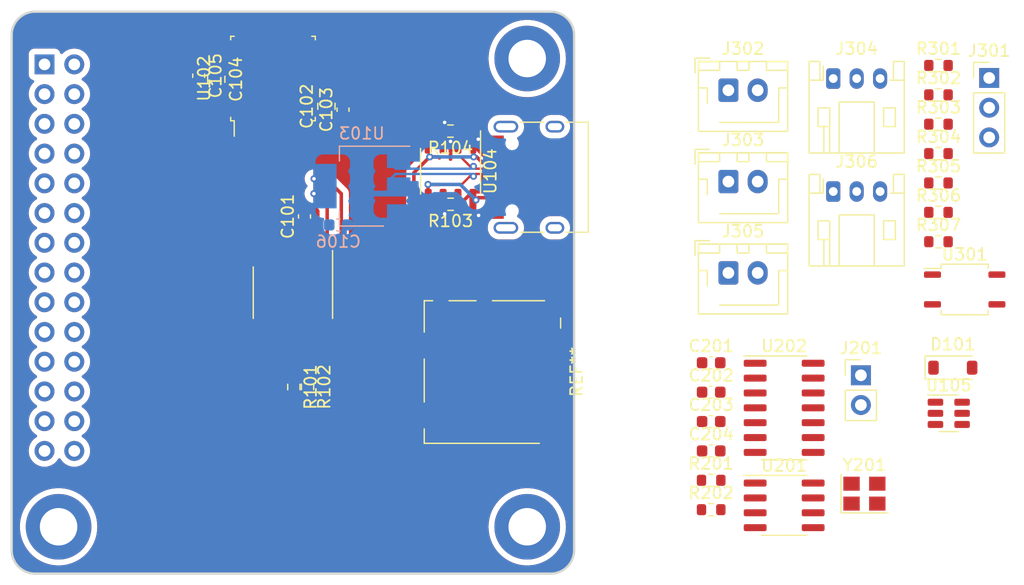
<source format=kicad_pcb>
(kicad_pcb (version 20221018) (generator pcbnew)
  (layers (0 "F.Cu" signal) (31 "B.Cu" signal) (34 "B.Paste" user) (35 "F.Paste" user) (36 "B.SilkS" user "B.Silkscreen") (37 "F.SilkS" user "F.Silkscreen") (38 "B.Mask" user) (39 "F.Mask" user) (44 "Edge.Cuts" user))
  (net 0 "")
  (net 1 "/UART1_TX")
  (net 2 "/PC14")
  (net 3 "/PC15")
  (net 4 "+3V3")
  (net 5 "GND")
  (net 6 "/~{NRST}")
  (net 7 "/CanBus/OSC_OUT")
  (net 8 "/PA1")
  (net 9 "/CanBus/OSC_IN")
  (net 10 "/CanBus/CAN_+")
  (net 11 "Net-(J201-Pin_2)")
  (net 12 "/SPI1_SCK")
  (net 13 "/SPI1_MISO")
  (net 14 "/SPI1_MOSI")
  (net 15 "/1JIO/A1_DIV-03V")
  (net 16 "/I2C_SCL")
  (net 17 "/I2C_SDA")
  (net 18 "/SWDIO")
  (net 19 "/SWCLK")
  (net 20 "/UART1_RX")
  (net 21 "VCC")
  (net 22 "/USB_D+")
  (net 23 "/USB_D-")
  (net 24 "VBUS")
  (net 25 "Net-(J101-CC1)")
  (net 26 "Net-(J101-CC2)")
  (net 28 "/1JIO/A1_DIV-12V")
  (net 29 "/1JIO/A1_DIV-05V")
  (net 30 "/1JIO/SSR-IN")
  (net 31 "/1JIO/SSR-OUT")
  (net 32 "/1JIO/CAN_H")
  (net 33 "/1JIO/CAN_L")
  (net 34 "+12V")
  (net 35 "/1JIO/DIO_1")
  (net 36 "Net-(U201-Rs)")
  (net 37 "/CanBus/CAN_-")
  (net 38 "Net-(R301-Pad2)")
  (net 39 "Net-(R305-Pad2)")
  (net 40 "/1JIO/DO_SSR")
  (net 41 "Net-(R307-Pad2)")
  (net 42 "/PB7")
  (net 43 "/PA0")
  (net 44 "/UART2_TX")
  (net 45 "/UART2_RX")
  (net 46 "/PA4")
  (net 47 "/PB0")
  (net 48 "/PB3")
  (net 84 "/CanBus/CAN_TX")
  (net 85 "/CanBus/CAN_RX")
  (net 91 "/CanBus/SPI_SCK")
  (net 92 "/CanBus/SPI_MOSI")
  (net 93 "/CanBus/SPI_MISO")
  (net 94 "/CanBus/SPI_CANCS")
  (footprint "Resistor_SMD:R_0603_1608Metric" (layer "F.Cu") (at 100.08 108.06 -90)
    (fp_text reference "R101" (at 0 -1.43 -90) (layer "F.SilkS"))
    (fp_text value "5.1k")
    (pad "1" smd roundrect (at -0.825 0 270) (size 0.8 0.95) (layers "F.Cu" "F.Paste" "F.Mask") (net 16 "/I2C_SCL"))
    (pad "2" smd roundrect (at 0.825 0 270) (size 0.8 0.95) (layers "F.Cu" "F.Paste" "F.Mask") (net 4 "+3V3"))
  )
  (footprint "Capacitor_SMD:C_0603_1608Metric" (layer "F.Cu") (at 91.96 81.469999 -90)
    (fp_text reference "C105" (at 0 -1.43 -90) (layer "F.SilkS"))
    (fp_text value "100n")
    (pad "1" smd roundrect (at -0.775 0 270) (size 0.9 0.95) (layers "F.Cu" "F.Paste" "F.Mask") (net 4 "+3V3"))
    (pad "2" smd roundrect (at 0.775 0 270) (size 0.9 0.95) (layers "F.Cu" "F.Paste" "F.Mask") (net 5 "GND"))
  )
  (footprint "Resistor_SMD:R_0603_1608Metric" (layer "F.Cu") (at 155.1 83.1)
    (fp_text reference "R302" (at 0 -1.43) (layer "F.SilkS"))
    (fp_text value "5.1k")
    (pad "1" smd roundrect (at -0.825 0) (size 0.8 0.95) (layers "F.Cu" "F.Paste" "F.Mask") (net 38 "Net-(R301-Pad2)"))
    (pad "2" smd roundrect (at 0.825 0) (size 0.8 0.95) (layers "F.Cu" "F.Paste" "F.Mask") (net 28 "/1JIO/A1_DIV-12V"))
  )
  (footprint "Resistor_SMD:R_0603_1608Metric" (layer "F.Cu") (at 155.1 90.63)
    (fp_text reference "R305" (at 0 -1.43) (layer "F.SilkS"))
    (fp_text value "10k")
    (pad "1" smd roundrect (at -0.825 0) (size 0.8 0.95) (layers "F.Cu" "F.Paste" "F.Mask") (net 5 "GND"))
    (pad "2" smd roundrect (at 0.825 0) (size 0.8 0.95) (layers "F.Cu" "F.Paste" "F.Mask") (net 39 "Net-(R305-Pad2)"))
  )
  (footprint "NVF-Kicad:48x48 Module" (layer "F.Cu") (at 100 100 -90)
    (fp_text reference "REF**" hide)
    (fp_text value "48x48 Module" hide)
    (fp_line (start -24 22) (end -24 -22) (stroke (width 0.2)) (layer "Edge.Cuts"))
    (fp_line (start -22 -24) (end 22 -24) (stroke (width 0.2)) (layer "Edge.Cuts"))
    (fp_line (start 22 24) (end -22 24) (stroke (width 0.2)) (layer "Edge.Cuts"))
    (fp_line (start 24 22) (end 24 -22) (stroke (width 0.2)) (layer "Edge.Cuts"))
    (fp_arc (start -24 -22) (mid -23.414214 -23.414214) (end -22 -24) (stroke (width 0.2)) (layer "Edge.Cuts"))
    (fp_arc (start -22 24) (mid -23.414214 23.414214) (end -24 22) (stroke (width 0.2)) (layer "Edge.Cuts"))
    (fp_arc (start 22 -24) (mid 23.414214 -23.414214) (end 24 -22) (stroke (width 0.2)) (layer "Edge.Cuts"))
    (fp_arc (start 24 22) (mid 23.414214 23.414214) (end 22 24) (stroke (width 0.2)) (layer "Edge.Cuts"))
    (pad "1" thru_hole rect (at -19.5 21.2) (size 1.7 1.7) (drill 1) (layers "*.Cu" "*.Mask"))
    (pad "2" thru_hole oval (at -19.5 18.66) (size 1.7 1.7) (drill 1) (layers "*.Cu" "*.Mask"))
    (pad "3" thru_hole oval (at -16.96 21.2) (size 1.7 1.7) (drill 1) (layers "*.Cu" "*.Mask"))
    (pad "4" thru_hole oval (at -16.96 18.66) (size 1.7 1.7) (drill 1) (layers "*.Cu" "*.Mask"))
    (pad "5" thru_hole oval (at -14.42 21.2) (size 1.7 1.7) (drill 1) (layers "*.Cu" "*.Mask"))
    (pad "6" thru_hole oval (at -14.42 18.66) (size 1.7 1.7) (drill 1) (layers "*.Cu" "*.Mask"))
    (pad "7" thru_hole oval (at -11.88 21.2) (size 1.7 1.7) (drill 1) (layers "*.Cu" "*.Mask"))
    (pad "8" thru_hole oval (at -11.88 18.66) (size 1.7 1.7) (drill 1) (layers "*.Cu" "*.Mask"))
    (pad "9" thru_hole oval (at -9.34 21.2) (size 1.7 1.7) (drill 1) (layers "*.Cu" "*.Mask"))
    (pad "10" thru_hole oval (at -9.34 18.66) (size 1.7 1.7) (drill 1) (layers "*.Cu" "*.Mask"))
    (pad "11" thru_hole oval (at -6.8 21.2) (size 1.7 1.7) (drill 1) (layers "*.Cu" "*.Mask"))
    (pad "12" thru_hole oval (at -6.8 18.66) (size 1.7 1.7) (drill 1) (layers "*.Cu" "*.Mask"))
    (pad "13" thru_hole oval (at -4.26 21.2) (size 1.7 1.7) (drill 1) (layers "*.Cu" "*.Mask"))
    (pad "14" thru_hole oval (at -4.26 18.66) (size 1.7 1.7) (drill 1) (layers "*.Cu" "*.Mask"))
    (pad "15" thru_hole oval (at -1.72 21.2) (size 1.7 1.7) (drill 1) (layers "*.Cu" "*.Mask"))
    (pad "16" thru_hole oval (at -1.72 18.66) (size 1.7 1.7) (drill 1) (layers "*.Cu" "*.Mask"))
    (pad "17" thru_hole oval (at 0.82 21.2) (size 1.7 1.7) (drill 1) (layers "*.Cu" "*.Mask"))
    (pad "18" thru_hole oval (at 0.82 18.66) (size 1.7 1.7) (drill 1) (layers "*.Cu" "*.Mask"))
    (pad "19" thru_hole oval (at 3.36 21.2) (size 1.7 1.7) (drill 1) (layers "*.Cu" "*.Mask"))
    (pad "20" thru_hole oval (at 3.36 18.66) (size 1.7 1.7) (drill 1) (layers "*.Cu" "*.Mask"))
    (pad "21" thru_hole oval (at 5.9 21.2) (size 1.7 1.7) (drill 1) (layers "*.Cu" "*.Mask"))
    (pad "22" thru_hole oval (at 5.9 18.66) (size 1.7 1.7) (drill 1) (layers "*.Cu" "*.Mask"))
    (pad "23" thru_hole oval (at 8.44 21.2) (size 1.7 1.7) (drill 1) (layers "*.Cu" "*.Mask"))
    (pad "24" thru_hole oval (at 8.44 18.66) (size 1.7 1.7) (drill 1) (layers "*.Cu" "*.Mask"))
    (pad "25" thru_hole oval (at 10.98 21.2) (size 1.7 1.7) (drill 1) (layers "*.Cu" "*.Mask"))
    (pad "26" thru_hole oval (at 10.98 18.66) (size 1.7 1.7) (drill 1) (layers "*.Cu" "*.Mask"))
    (pad "27" thru_hole oval (at 13.52 21.2) (size 1.7 1.7) (drill 1) (layers "*.Cu" "*.Mask"))
    (pad "28" thru_hole oval (at 13.52 18.66) (size 1.7 1.7) (drill 1) (layers "*.Cu" "*.Mask"))
    (pad "M" thru_hole circle (at -20 -20 270) (size 3.6 3.6) (drill 3.2) (layers "*.Cu" "*.Mask"))
    (pad "M" connect circle (at -20 -20 270) (size 5.6 5.6) (layers "F.Cu" "F.Mask"))
    (pad "M" connect circle (at -20 -20 270) (size 5.6 5.6) (layers "B.Cu" "B.Mask"))
    (pad "M" thru_hole circle (at 20 -20 270) (size 3.6 3.6) (drill 3.2) (layers "*.Cu" "*.Mask"))
    (pad "M" connect circle (at 20 -20 270) (size 5.6 5.6) (layers "F.Cu" "F.Mask"))
    (pad "M" connect circle (at 20 -20 270) (size 5.6 5.6) (layers "B.Cu" "B.Mask"))
    (pad "M" thru_hole circle (at 20 20 270) (size 3.6 3.6) (drill 3.2) (layers "*.Cu" "*.Mask"))
    (pad "M" connect circle (at 20 20 270) (size 5.6 5.6) (layers "F.Cu" "F.Mask"))
    (pad "M" connect circle (at 20 20 270) (size 5.6 5.6) (layers "B.Cu" "B.Mask"))
  )
  (footprint "Connector_USB:USB_C_Receptacle_HRO_TYPE-C-31-M-12" (layer "F.Cu") (at 121.31 90.14 90)
    (fp_text reference "J101" hide)
    (fp_text value "USB C")
    (pad "" np_thru_hole circle (at -2.89 -2.6 90) (size 0.65 0.65) (drill 0.65) (layers "*.Cu" "*.Mask"))
    (pad "" np_thru_hole circle (at 2.89 -2.6 90) (size 0.65 0.65) (drill 0.65) (layers "*.Cu" "*.Mask"))
    (pad "A1" smd rect (at -3.25 -4.045 90) (size 0.6 1.45) (layers "F.Cu" "F.Paste" "F.Mask") (net 5 "GND"))
    (pad "A4" smd rect (at -2.45 -4.045 90) (size 0.6 1.45) (layers "F.Cu" "F.Paste" "F.Mask") (net 24 "VBUS"))
    (pad "A5" smd rect (at -1.25 -4.045 90) (size 0.3 1.45) (layers "F.Cu" "F.Paste" "F.Mask") (net 25 "Net-(J101-CC1)"))
    (pad "A6" smd rect (at -0.25 -4.045 90) (size 0.3 1.45) (layers "F.Cu" "F.Paste" "F.Mask") (net 22 "/USB_D+"))
    (pad "A7" smd rect (at 0.25 -4.045 90) (size 0.3 1.45) (layers "F.Cu" "F.Paste" "F.Mask") (net 23 "/USB_D-"))
    (pad "A8" smd rect (at 1.25 -4.045 90) (size 0.3 1.45) (layers "F.Cu" "F.Paste" "F.Mask") (net 19 "/SWCLK"))
    (pad "A9" smd rect (at 2.45 -4.045 90) (size 0.6 1.45) (layers "F.Cu" "F.Paste" "F.Mask") (net 24 "VBUS"))
    (pad "A12" smd rect (at 3.25 -4.045 90) (size 0.6 1.45) (layers "F.Cu" "F.Paste" "F.Mask") (net 5 "GND"))
    (pad "B1" smd rect (at 3.25 -4.045 90) (size 0.6 1.45) (layers "F.Cu" "F.Paste" "F.Mask") (net 5 "GND"))
    (pad "B4" smd rect (at 2.45 -4.045 90) (size 0.6 1.45) (layers "F.Cu" "F.Paste" "F.Mask") (net 24 "VBUS"))
    (pad "B5" smd rect (at 1.75 -4.045 90) (size 0.3 1.45) (layers "F.Cu" "F.Paste" "F.Mask") (net 26 "Net-(J101-CC2)"))
    (pad "B6" smd rect (at 0.75 -4.045 90) (size 0.3 1.45) (layers "F.Cu" "F.Paste" "F.Mask") (net 22 "/USB_D+"))
    (pad "B7" smd rect (at -0.75 -4.045 90) (size 0.3 1.45) (layers "F.Cu" "F.Paste" "F.Mask") (net 23 "/USB_D-"))
    (pad "B8" smd rect (at -1.75 -4.045 90) (size 0.3 1.45) (layers "F.Cu" "F.Paste" "F.Mask") (net 18 "/SWDIO"))
    (pad "B9" smd rect (at -2.45 -4.045 90) (size 0.6 1.45) (layers "F.Cu" "F.Paste" "F.Mask") (net 24 "VBUS"))
    (pad "B12" smd rect (at -3.25 -4.045 90) (size 0.6 1.45) (layers "F.Cu" "F.Paste" "F.Mask") (net 5 "GND"))
    (pad "S1" thru_hole oval (at -4.32 -3.13 90) (size 1 2.1) (drill oval 0.6 1.7) (layers "*.Cu" "*.Mask"))
    (pad "S1" thru_hole oval (at -4.32 1.05 90) (size 1 1.6) (drill oval 0.6 1.2) (layers "*.Cu" "*.Mask"))
    (pad "S1" thru_hole oval (at 4.32 -3.13 90) (size 1 2.1) (drill oval 0.6 1.7) (layers "*.Cu" "*.Mask"))
    (pad "S1" thru_hole oval (at 4.32 1.05 90) (size 1 1.6) (drill oval 0.6 1.2) (layers "*.Cu" "*.Mask"))
  )
  (footprint "Package_SO:SOP-4_3.8x4.1mm_P2.54mm" (layer "F.Cu") (at 157.34 99.73)
    (fp_text reference "U301" (at 0 -3) (layer "F.SilkS"))
    (fp_text value "KAQY214")
    (pad "1" smd roundrect (at -2.75 -1.27) (size 1.45 0.55) (layers "F.Cu" "F.Paste" "F.Mask") (net 41 "Net-(R307-Pad2)"))
    (pad "2" smd roundrect (at -2.75 1.27) (size 1.45 0.55) (layers "F.Cu" "F.Paste" "F.Mask") (net 5 "GND"))
    (pad "3" smd roundrect (at 2.75 1.27) (size 1.45 0.55) (layers "F.Cu" "F.Paste" "F.Mask") (net 31 "/1JIO/SSR-OUT"))
    (pad "4" smd roundrect (at 2.75 -1.27) (size 1.45 0.55) (layers "F.Cu" "F.Paste" "F.Mask") (net 30 "/1JIO/SSR-IN"))
  )
  (footprint "Resistor_SMD:R_0603_1608Metric" (layer "F.Cu") (at 113.46 92.45 180)
    (fp_text reference "R103" (at 0 -1.43 180) (layer "F.SilkS"))
    (fp_text value "5.1k")
    (pad "1" smd roundrect (at -0.825 0 180) (size 0.8 0.95) (layers "F.Cu" "F.Paste" "F.Mask") (net 25 "Net-(J101-CC1)"))
    (pad "2" smd roundrect (at 0.825 0 180) (size 0.8 0.95) (layers "F.Cu" "F.Paste" "F.Mask") (net 5 "GND"))
  )
  (footprint "Capacitor_SMD:C_0603_1608Metric" (layer "F.Cu") (at 135.7 113.52)
    (fp_text reference "C204" (at 0 -1.43) (layer "F.SilkS"))
    (fp_text value "10p")
    (pad "1" smd roundrect (at -0.775 0) (size 0.9 0.95) (layers "F.Cu" "F.Paste" "F.Mask") (net 9 "/CanBus/OSC_IN"))
    (pad "2" smd roundrect (at 0.775 0) (size 0.9 0.95) (layers "F.Cu" "F.Paste" "F.Mask") (net 5 "GND"))
  )
  (footprint "Resistor_SMD:R_0603_1608Metric" (layer "F.Cu") (at 155.1 93.14)
    (fp_text reference "R306" (at 0 -1.43) (layer "F.SilkS"))
    (fp_text value "5.1k")
    (pad "1" smd roundrect (at -0.825 0) (size 0.8 0.95) (layers "F.Cu" "F.Paste" "F.Mask") (net 39 "Net-(R305-Pad2)"))
    (pad "2" smd roundrect (at 0.825 0) (size 0.8 0.95) (layers "F.Cu" "F.Paste" "F.Mask") (net 29 "/1JIO/A1_DIV-05V"))
  )
  (footprint "Package_TO_SOT_SMD:SOT-23-6" (layer "F.Cu") (at 155.98 110.31)
    (fp_text reference "U105" (at 0 -2.4) (layer "F.SilkS"))
    (fp_text value "USBLC6-4SC6")
    (pad "1" smd roundrect (at -1.1375 -0.95) (size 1.325 0.6) (layers "F.Cu" "F.Paste" "F.Mask") (net 22 "/USB_D+"))
    (pad "2" smd roundrect (at -1.1375 0) (size 1.325 0.6) (layers "F.Cu" "F.Paste" "F.Mask") (net 5 "GND"))
    (pad "3" smd roundrect (at -1.1375 0.95) (size 1.325 0.6) (layers "F.Cu" "F.Paste" "F.Mask") (net 19 "/SWCLK"))
    (pad "4" smd roundrect (at 1.1375 0.95) (size 1.325 0.6) (layers "F.Cu" "F.Paste" "F.Mask") (net 18 "/SWDIO"))
    (pad "5" smd roundrect (at 1.1375 0) (size 1.325 0.6) (layers "F.Cu" "F.Paste" "F.Mask"))
    (pad "6" smd roundrect (at 1.1375 -0.95) (size 1.325 0.6) (layers "F.Cu" "F.Paste" "F.Mask") (net 23 "/USB_D-"))
  )
  (footprint "Connector_JST:JST_XH_B2B-XH-AM_1x02_P2.50mm_Vertical" (layer "F.Cu") (at 137.17 98.31)
    (fp_text reference "J305" (at 1.25 -3.55) (layer "F.SilkS"))
    (fp_text value "PWR")
    (pad "" np_thru_hole circle (at -1.6 2) (size 1.2 1.2) (drill 1.2) (layers "*.Cu" "*.Mask"))
    (pad "1" thru_hole roundrect (at 0 0) (size 1.7 2) (drill 1) (layers "*.Cu" "*.Mask") (roundrect_rratio 0.147059) (net 34 "+12V"))
    (pad "2" thru_hole oval (at 2.5 0) (size 1.7 2) (drill 1) (layers "*.Cu" "*.Mask") (net 5 "GND"))
  )
  (footprint "Capacitor_SMD:C_0603_1608Metric" (layer "F.Cu") (at 135.7 111.01)
    (fp_text reference "C203" (at 0 -1.43) (layer "F.SilkS"))
    (fp_text value "10p")
    (pad "1" smd roundrect (at -0.775 0) (size 0.9 0.95) (layers "F.Cu" "F.Paste" "F.Mask") (net 7 "/CanBus/OSC_OUT"))
    (pad "2" smd roundrect (at 0.775 0) (size 0.9 0.95) (layers "F.Cu" "F.Paste" "F.Mask") (net 5 "GND"))
  )
  (footprint "Resistor_SMD:R_0603_1608Metric" (layer "F.Cu") (at 101.25 108.05 -90)
    (fp_text reference "R102" (at 0 -1.43 -90) (layer "F.SilkS"))
    (fp_text value "5.1k")
    (pad "1" smd roundrect (at -0.825 0 270) (size 0.8 0.95) (layers "F.Cu" "F.Paste" "F.Mask") (net 17 "/I2C_SDA"))
    (pad "2" smd roundrect (at 0.825 0 270) (size 0.8 0.95) (layers "F.Cu" "F.Paste" "F.Mask") (net 4 "+3V3"))
  )
  (footprint "Capacitor_SMD:C_0805_2012Metric" (layer "F.Cu") (at 93.46 81.775 -90)
    (fp_text reference "C104" (at 0 -1.68 -90) (layer "F.SilkS"))
    (fp_text value "1uF")
    (pad "1" smd roundrect (at -0.95 0 270) (size 1 1.45) (layers "F.Cu" "F.Paste" "F.Mask") (net 4 "+3V3"))
    (pad "2" smd roundrect (at 0.95 0 270) (size 1 1.45) (layers "F.Cu" "F.Paste" "F.Mask") (net 5 "GND"))
  )
  (footprint "Resistor_SMD:R_0603_1608Metric" (layer "F.Cu") (at 155.1 95.65)
    (fp_text reference "R307" (at 0 -1.43) (layer "F.SilkS"))
    (fp_text value "330")
    (pad "1" smd roundrect (at -0.825 0) (size 0.8 0.95) (layers "F.Cu" "F.Paste" "F.Mask") (net 40 "/1JIO/DO_SSR"))
    (pad "2" smd roundrect (at 0.825 0) (size 0.8 0.95) (layers "F.Cu" "F.Paste" "F.Mask") (net 41 "Net-(R307-Pad2)"))
  )
  (footprint "Resistor_SMD:R_0603_1608Metric" (layer "F.Cu") (at 135.7 116.03)
    (fp_text reference "R201" (at 0 -1.43) (layer "F.SilkS"))
    (fp_text value "10k")
    (pad "1" smd roundrect (at -0.825 0) (size 0.8 0.95) (layers "F.Cu" "F.Paste" "F.Mask") (net 5 "GND"))
    (pad "2" smd roundrect (at 0.825 0) (size 0.8 0.95) (layers "F.Cu" "F.Paste" "F.Mask") (net 36 "Net-(U201-Rs)"))
  )
  (footprint "Connector_PinHeader_2.54mm:PinHeader_1x02_P2.54mm_Vertical" (layer "F.Cu") (at 148.48 107.06)
    (fp_text reference "J201" (at 0 -2.33) (layer "F.SilkS"))
    (fp_text value "TERM")
    (pad "1" thru_hole rect (at 0 0) (size 1.7 1.7) (drill 1) (layers "*.Cu" "*.Mask") (net 10 "/CanBus/CAN_+"))
    (pad "2" thru_hole oval (at 0 2.54) (size 1.7 1.7) (drill 1) (layers "*.Cu" "*.Mask") (net 11 "Net-(J201-Pin_2)"))
  )
  (footprint "Resistor_SMD:R_0603_1608Metric" (layer "F.Cu") (at 155.1 88.12)
    (fp_text reference "R304" (at 0 -1.43) (layer "F.SilkS"))
    (fp_text value "5.1k")
    (pad "1" smd roundrect (at -0.825 0) (size 0.8 0.95) (layers "F.Cu" "F.Paste" "F.Mask") (net 15 "/1JIO/A1_DIV-03V"))
    (pad "2" smd roundrect (at 0.825 0) (size 0.8 0.95) (layers "F.Cu" "F.Paste" "F.Mask") (net 29 "/1JIO/A1_DIV-05V"))
  )
  (footprint "Capacitor_SMD:C_0603_1608Metric" (layer "F.Cu") (at 100.99 93.49 90)
    (fp_text reference "C101" (at 0 -1.43 90) (layer "F.SilkS"))
    (fp_text value "100n")
    (pad "1" smd roundrect (at -0.775 0 90) (size 0.9 0.95) (layers "F.Cu" "F.Paste" "F.Mask") (net 4 "+3V3"))
    (pad "2" smd roundrect (at 0.775 0 90) (size 0.9 0.95) (layers "F.Cu" "F.Paste" "F.Mask") (net 5 "GND"))
  )
  (footprint "Connector_JST:JST_XH_B2B-XH-AM_1x02_P2.50mm_Vertical" (layer "F.Cu") (at 137.17 90.51)
    (fp_text reference "J303" (at 1.25 -3.55) (layer "F.SilkS"))
    (fp_text value "CAN")
    (pad "" np_thru_hole circle (at -1.6 2) (size 1.2 1.2) (drill 1.2) (layers "*.Cu" "*.Mask"))
    (pad "1" thru_hole roundrect (at 0 0) (size 1.7 2) (drill 1) (layers "*.Cu" "*.Mask") (roundrect_rratio 0.147059) (net 32 "/1JIO/CAN_H"))
    (pad "2" thru_hole oval (at 2.5 0) (size 1.7 2) (drill 1) (layers "*.Cu" "*.Mask") (net 33 "/1JIO/CAN_L"))
  )
  (footprint "Diode_SMD:D_SOD-123" (layer "F.Cu") (at 156.325 106.41)
    (fp_text reference "D101" (at 0 -2) (layer "F.SilkS"))
    (fp_text value "1N4148W")
    (pad "1" smd roundrect (at -1.65 0) (size 0.9 1.2) (layers "F.Cu" "F.Paste" "F.Mask") (net 21 "VCC"))
    (pad "2" smd roundrect (at 1.65 0) (size 0.9 1.2) (layers "F.Cu" "F.Paste" "F.Mask") (net 24 "VBUS"))
  )
  (footprint "Package_SO:SOIC-8_3.9x4.9mm_P1.27mm" (layer "F.Cu") (at 141.93 118.17)
    (fp_text reference "U201" (at 0 -3.4) (layer "F.SilkS"))
    (fp_text value "SN65HVD230")
    (pad "1" smd roundrect (at -2.475 -1.905) (size 1.95 0.6) (layers "F.Cu" "F.Paste" "F.Mask") (net 84 "/CanBus/CAN_TX"))
    (pad "2" smd roundrect (at -2.475 -0.635) (size 1.95 0.6) (layers "F.Cu" "F.Paste" "F.Mask") (net 5 "GND"))
    (pad "3" smd roundrect (at -2.475 0.635) (size 1.95 0.6) (layers "F.Cu" "F.Paste" "F.Mask") (net 4 "+3V3"))
    (pad "4" smd roundrect (at -2.475 1.905) (size 1.95 0.6) (layers "F.Cu" "F.Paste" "F.Mask") (net 85 "/CanBus/CAN_RX"))
    (pad "5" smd roundrect (at 2.475 1.905) (size 1.95 0.6) (layers "F.Cu" "F.Paste" "F.Mask"))
    (pad "6" smd roundrect (at 2.475 0.635) (size 1.95 0.6) (layers "F.Cu" "F.Paste" "F.Mask") (net 37 "/CanBus/CAN_-"))
    (pad "7" smd roundrect (at 2.475 -0.635) (size 1.95 0.6) (layers "F.Cu" "F.Paste" "F.Mask") (net 10 "/CanBus/CAN_+"))
    (pad "8" smd roundrect (at 2.475 -1.905) (size 1.95 0.6) (layers "F.Cu" "F.Paste" "F.Mask") (net 36 "Net-(U201-Rs)"))
  )
  (footprint "Connector_JST:JST_PH_S3B-PH-K_1x03_P2.00mm_Horizontal" (layer "F.Cu") (at 146.12 91.36)
    (fp_text reference "J306" (at 2 -2.55) (layer "F.SilkS"))
    (fp_text value "DIO")
    (pad "1" thru_hole roundrect (at 0 0) (size 1.2 1.75) (drill 0.75) (layers "*.Cu" "*.Mask") (roundrect_rratio 0.208333) (net 4 "+3V3"))
    (pad "2" thru_hole oval (at 2 0) (size 1.2 1.75) (drill 0.75) (layers "*.Cu" "*.Mask") (net 35 "/1JIO/DIO_1"))
    (pad "3" thru_hole oval (at 4 0) (size 1.2 1.75) (drill 0.75) (layers "*.Cu" "*.Mask") (net 5 "GND"))
  )
  (footprint "Resistor_SMD:R_0603_1608Metric" (layer "F.Cu") (at 113.45 86.2 180)
    (fp_text reference "R104" (at 0 -1.43 180) (layer "F.SilkS"))
    (fp_text value "5.1k")
    (pad "1" smd roundrect (at -0.825 0 180) (size 0.8 0.95) (layers "F.Cu" "F.Paste" "F.Mask") (net 26 "Net-(J101-CC2)"))
    (pad "2" smd roundrect (at 0.825 0 180) (size 0.8 0.95) (layers "F.Cu" "F.Paste" "F.Mask") (net 5 "GND"))
  )
  (footprint "Capacitor_SMD:C_0603_1608Metric" (layer "F.Cu") (at 135.7 108.5)
    (fp_text reference "C202" (at 0 -1.43) (layer "F.SilkS"))
    (fp_text value "100n")
    (pad "1" smd roundrect (at -0.775 0) (size 0.9 0.95) (layers "F.Cu" "F.Paste" "F.Mask") (net 4 "+3V3"))
    (pad "2" smd roundrect (at 0.775 0) (size 0.9 0.95) (layers "F.Cu" "F.Paste" "F.Mask") (net 5 "GND"))
  )
  (footprint "Resistor_SMD:R_0603_1608Metric" (layer "F.Cu") (at 155.1 85.61)
    (fp_text reference "R303" (at 0 -1.43) (layer "F.SilkS"))
    (fp_text value "5.1k")
    (pad "1" smd roundrect (at -0.825 0) (size 0.8 0.95) (layers "F.Cu" "F.Paste" "F.Mask") (net 5 "GND"))
    (pad "2" smd roundrect (at 0.825 0) (size 0.8 0.95) (layers "F.Cu" "F.Paste" "F.Mask") (net 28 "/1JIO/A1_DIV-12V"))
  )
  (footprint "Capacitor_SMD:C_0805_2012Metric" (layer "F.Cu") (at 102.86 84.08 90)
    (fp_text reference "C102" (at 0 -1.68 90) (layer "F.SilkS"))
    (fp_text value "1uF")
    (pad "1" smd roundrect (at -0.95 0 90) (size 1 1.45) (layers "F.Cu" "F.Paste" "F.Mask") (net 21 "VCC"))
    (pad "2" smd roundrect (at 0.95 0 90) (size 1 1.45) (layers "F.Cu" "F.Paste" "F.Mask") (net 5 "GND"))
  )
  (footprint "Connector_Card:microSD_HC_Molex_104031-0811" (layer "F.Cu") (at 117.03 106.76 -90)
    (fp_text reference "REF**" (at 0 -7.18 90) (layer "F.SilkS"))
    (fp_text value "microSD_HC_Molex_104031-0811")
    (pad "1" smd rect (at -3.105 -5.45 270) (size 0.85 1.1) (layers "F.Cu" "F.Paste" "F.Mask"))
    (pad "2" smd rect (at -2.005 -5.45 270) (size 0.85 1.1) (layers "F.Cu" "F.Paste" "F.Mask"))
    (pad "3" smd rect (at -0.905 -5.45 270) (size 0.85 1.1) (layers "F.Cu" "F.Paste" "F.Mask"))
    (pad "4" smd rect (at 0.195 -5.45 270) (size 0.85 1.1) (layers "F.Cu" "F.Paste" "F.Mask"))
    (pad "5" smd rect (at 1.295 -5.45 270) (size 0.85 1.1) (layers "F.Cu" "F.Paste" "F.Mask"))
    (pad "6" smd rect (at 2.395 -5.45 270) (size 0.85 1.1) (layers "F.Cu" "F.Paste" "F.Mask"))
    (pad "7" smd rect (at 3.495 -5.45 270) (size 0.85 1.1) (layers "F.Cu" "F.Paste" "F.Mask"))
    (pad "8" smd rect (at 4.545 -5.45 270) (size 0.75 1.1) (layers "F.Cu" "F.Paste" "F.Mask"))
    (pad "9" smd rect (at -5.74 0.7 270) (size 1.2 1) (layers "F.Cu" "F.Paste" "F.Mask"))
    (pad "10" smd rect (at -5.74 4.4 270) (size 1.2 1) (layers "F.Cu" "F.Paste" "F.Mask"))
    (pad "11" smd rect (at -5.565 -5.325 270) (size 1.55 1.35) (layers "F.Cu" "F.Paste" "F.Mask"))
    (pad "11" smd rect (at -2.24 5.375 270) (size 1.9 1.35) (layers "F.Cu" "F.Paste" "F.Mask"))
    (pad "11" smd rect (at 3.73 5.375 270) (size 1.9 1.35) (layers "F.Cu" "F.Paste" "F.Mask"))
    (pad "11" smd rect (at 5.755 -5.1 270) (size 1.17 1.8) (layers "F.Cu" "F.Paste" "F.Mask"))
  )
  (footprint "Package_SO:TSSOP-20_4.4x6.5mm_P0.65mm" (layer "F.Cu") (at 100 100 -90)
    (fp_text reference "U101" hide)
    (fp_text value "STM32G030F6Px")
    (pad "1" smd roundrect (at -2.8625 -2.925 270) (size 1.475 0.4) (layers "F.Cu" "F.Paste" "F.Mask") (net 42 "/PB7"))
    (pad "2" smd roundrect (at -2.8625 -2.275 270) (size 1.475 0.4) (layers "F.Cu" "F.Paste" "F.Mask") (net 2 "/PC14"))
    (pad "3" smd roundrect (at -2.8625 -1.625 270) (size 1.475 0.4) (layers "F.Cu" "F.Paste" "F.Mask") (net 3 "/PC15"))
    (pad "4" smd roundrect (at -2.8625 -0.975 270) (size 1.475 0.4) (layers "F.Cu" "F.Paste" "F.Mask") (net 4 "+3V3"))
    (pad "5" smd roundrect (at -2.8625 -0.325 270) (size 1.475 0.4) (layers "F.Cu" "F.Paste" "F.Mask") (net 5 "GND"))
    (pad "6" smd roundrect (at -2.8625 0.325 270) (size 1.475 0.4) (layers "F.Cu" "F.Paste" "F.Mask") (net 6 "/~{NRST}"))
    (pad "7" smd roundrect (at -2.8625 0.975 270) (size 1.475 0.4) (layers "F.Cu" "F.Paste" "F.Mask") (net 43 "/PA0"))
    (pad "8" smd roundrect (at -2.8625 1.625 270) (size 1.475 0.4) (layers "F.Cu" "F.Paste" "F.Mask") (net 8 "/PA1"))
    (pad "9" smd roundrect (at -2.8625 2.275 270) (size 1.475 0.4) (layers "F.Cu" "F.Paste" "F.Mask") (net 44 "/UART2_TX"))
    (pad "10" smd roundrect (at -2.8625 2.925 270) (size 1.475 0.4) (layers "F.Cu" "F.Paste" "F.Mask") (net 45 "/UART2_RX"))
    (pad "11" smd roundrect (at 2.8625 2.925 270) (size 1.475 0.4) (layers "F.Cu" "F.Paste" "F.Mask") (net 46 "/PA4"))
    (pad "12" smd roundrect (at 2.8625 2.275 270) (size 1.475 0.4) (layers "F.Cu" "F.Paste" "F.Mask") (net 12 "/SPI1_SCK"))
    (pad "13" smd roundrect (at 2.8625 1.625 270) (size 1.475 0.4) (layers "F.Cu" "F.Paste" "F.Mask") (net 13 "/SPI1_MISO"))
    (pad "14" smd roundrect (at 2.8625 0.975 270) (size 1.475 0.4) (layers "F.Cu" "F.Paste" "F.Mask") (net 14 "/SPI1_MOSI"))
    (pad "15" smd roundrect (at 2.8625 0.325 270) (size 1.475 0.4) (layers "F.Cu" "F.Paste" "F.Mask") (net 47 "/PB0"))
    (pad "16" smd roundrect (at 2.8625 -0.325 270) (size 1.475 0.4) (layers "F.Cu" "F.Paste" "F.Mask") (net 16 "/I2C_SCL"))
    (pad "17" smd roundrect (at 2.8625 -0.975 270) (size 1.475 0.4) (layers "F.Cu" "F.Paste" "F.Mask") (net 17 "/I2C_SDA"))
    (pad "18" smd roundrect (at 2.8625 -1.625 270) (size 1.475 0.4) (layers "F.Cu" "F.Paste" "F.Mask") (net 18 "/SWDIO"))
    (pad "19" smd roundrect (at 2.8625 -2.275 270) (size 1.475 0.4) (layers "F.Cu" "F.Paste" "F.Mask") (net 19 "/SWCLK"))
    (pad "20" smd roundrect (at 2.8625 -2.925 270) (size 1.475 0.4) (layers "F.Cu" "F.Paste" "F.Mask") (net 48 "/PB3"))
  )
  (footprint "Resistor_SMD:R_0603_1608Metric" (layer "F.Cu") (at 135.7 118.54)
    (fp_text reference "R202" (at 0 -1.43) (layer "F.SilkS"))
    (fp_text value "120")
    (pad "1" smd roundrect (at -0.825 0) (size 0.8 0.95) (layers "F.Cu" "F.Paste" "F.Mask") (net 11 "Net-(J201-Pin_2)"))
    (pad "2" smd roundrect (at 0.825 0) (size 0.8 0.95) (layers "F.Cu" "F.Paste" "F.Mask") (net 37 "/CanBus/CAN_-"))
  )
  (footprint "Package_SO:SOIC-14_3.9x8.7mm_P1.27mm" (layer "F.Cu") (at 141.93 109.84)
    (fp_text reference "U202" (at 0 -5.28) (layer "F.SilkS"))
    (fp_text value "MCP2518FD")
    (pad "1" smd roundrect (at -2.475 -3.81) (size 1.95 0.6) (layers "F.Cu" "F.Paste" "F.Mask") (net 84 "/CanBus/CAN_TX"))
    (pad "2" smd roundrect (at -2.475 -2.54) (size 1.95 0.6) (layers "F.Cu" "F.Paste" "F.Mask") (net 85 "/CanBus/CAN_RX"))
    (pad "3" smd roundrect (at -2.475 -1.27) (size 1.95 0.6) (layers "F.Cu" "F.Paste" "F.Mask"))
    (pad "4" smd roundrect (at -2.475 0) (size 1.95 0.6) (layers "F.Cu" "F.Paste" "F.Mask"))
    (pad "5" smd roundrect (at -2.475 1.27) (size 1.95 0.6) (layers "F.Cu" "F.Paste" "F.Mask") (net 7 "/CanBus/OSC_OUT"))
    (pad "6" smd roundrect (at -2.475 2.54) (size 1.95 0.6) (layers "F.Cu" "F.Paste" "F.Mask") (net 9 "/CanBus/OSC_IN"))
    (pad "7" smd roundrect (at -2.475 3.81) (size 1.95 0.6) (layers "F.Cu" "F.Paste" "F.Mask") (net 5 "GND"))
    (pad "8" smd roundrect (at 2.475 3.81) (size 1.95 0.6) (layers "F.Cu" "F.Paste" "F.Mask"))
    (pad "9" smd roundrect (at 2.475 2.54) (size 1.95 0.6) (layers "F.Cu" "F.Paste" "F.Mask"))
    (pad "10" smd roundrect (at 2.475 1.27) (size 1.95 0.6) (layers "F.Cu" "F.Paste" "F.Mask") (net 91 "/CanBus/SPI_SCK"))
    (pad "11" smd roundrect (at 2.475 0) (size 1.95 0.6) (layers "F.Cu" "F.Paste" "F.Mask") (net 92 "/CanBus/SPI_MOSI"))
    (pad "12" smd roundrect (at 2.475 -1.27) (size 1.95 0.6) (layers "F.Cu" "F.Paste" "F.Mask") (net 93 "/CanBus/SPI_MISO"))
    (pad "13" smd roundrect (at 2.475 -2.54) (size 1.95 0.6) (layers "F.Cu" "F.Paste" "F.Mask") (net 94 "/CanBus/SPI_CANCS"))
    (pad "14" smd roundrect (at 2.475 -3.81) (size 1.95 0.6) (layers "F.Cu" "F.Paste" "F.Mask") (net 4 "+3V3"))
  )
  (footprint "Connector_PinHeader_2.54mm:PinHeader_1x03_P2.54mm_Vertical" (layer "F.Cu") (at 159.43 81.66)
    (fp_text reference "J301" (at 0 -2.33) (layer "F.SilkS"))
    (fp_text value "A1-SEL")
    (pad "1" thru_hole rect (at 0 0) (size 1.7 1.7) (drill 1) (layers "*.Cu" "*.Mask") (net 15 "/1JIO/A1_DIV-03V"))
    (pad "2" thru_hole oval (at 0 2.54) (size 1.7 1.7) (drill 1) (layers "*.Cu" "*.Mask") (net 28 "/1JIO/A1_DIV-12V"))
    (pad "3" thru_hole oval (at 0 5.08) (size 1.7 1.7) (drill 1) (layers "*.Cu" "*.Mask") (net 29 "/1JIO/A1_DIV-05V"))
  )
  (footprint "Connector_JST:JST_XH_B2B-XH-AM_1x02_P2.50mm_Vertical" (layer "F.Cu") (at 137.17 82.71)
    (fp_text reference "J302" (at 1.25 -3.55) (layer "F.SilkS"))
    (fp_text value "SSR")
    (pad "" np_thru_hole circle (at -1.6 2) (size 1.2 1.2) (drill 1.2) (layers "*.Cu" "*.Mask"))
    (pad "1" thru_hole roundrect (at 0 0) (size 1.7 2) (drill 1) (layers "*.Cu" "*.Mask") (roundrect_rratio 0.147059) (net 30 "/1JIO/SSR-IN"))
    (pad "2" thru_hole oval (at 2.5 0) (size 1.7 2) (drill 1) (layers "*.Cu" "*.Mask") (net 31 "/1JIO/SSR-OUT"))
  )
  (footprint "Crystal:Crystal_SMD_3225-4Pin_3.2x2.5mm" (layer "F.Cu") (at 148.78 117.17)
    (fp_text reference "Y201" (at 0 -2.45) (layer "F.SilkS"))
    (fp_text value "40MHz")
    (pad "1" smd rect (at -1.1 0.85) (size 1.4 1.2) (layers "F.Cu" "F.Paste" "F.Mask") (net 7 "/CanBus/OSC_OUT"))
    (pad "2" smd rect (at 1.1 0.85) (size 1.4 1.2) (layers "F.Cu" "F.Paste" "F.Mask") (net 5 "GND"))
    (pad "3" smd rect (at 1.1 -0.85) (size 1.4 1.2) (layers "F.Cu" "F.Paste" "F.Mask") (net 5 "GND"))
    (pad "4" smd rect (at -1.1 -0.85) (size 1.4 1.2) (layers "F.Cu" "F.Paste" "F.Mask") (net 9 "/CanBus/OSC_IN"))
  )
  (footprint "Capacitor_SMD:C_0603_1608Metric" (layer "F.Cu") (at 104.280001 84.37 90)
    (fp_text reference "C103" (at 0 -1.43 90) (layer "F.SilkS"))
    (fp_text value "100n")
    (pad "1" smd roundrect (at -0.775 0 90) (size 0.9 0.95) (layers "F.Cu" "F.Paste" "F.Mask") (net 21 "VCC"))
    (pad "2" smd roundrect (at 0.775 0 90) (size 0.9 0.95) (layers "F.Cu" "F.Paste" "F.Mask") (net 5 "GND"))
  )
  (footprint "Resistor_SMD:R_0603_1608Metric" (layer "F.Cu") (at 155.1 80.59)
    (fp_text reference "R301" (at 0 -1.43) (layer "F.SilkS"))
    (fp_text value "10k")
    (pad "1" smd roundrect (at -0.825 0) (size 0.8 0.95) (layers "F.Cu" "F.Paste" "F.Mask") (net 15 "/1JIO/A1_DIV-03V"))
    (pad "2" smd roundrect (at 0.825 0) (size 0.8 0.95) (layers "F.Cu" "F.Paste" "F.Mask") (net 38 "Net-(R301-Pad2)"))
  )
  (footprint "Capacitor_SMD:C_0603_1608Metric" (layer "F.Cu") (at 135.7 105.99)
    (fp_text reference "C201" (at 0 -1.43) (layer "F.SilkS"))
    (fp_text value "100n")
    (pad "1" smd roundrect (at -0.775 0) (size 0.9 0.95) (layers "F.Cu" "F.Paste" "F.Mask") (net 4 "+3V3"))
    (pad "2" smd roundrect (at 0.775 0) (size 0.9 0.95) (layers "F.Cu" "F.Paste" "F.Mask") (net 5 "GND"))
  )
  (footprint "Package_QFP:LQFP-32_7x7mm_P0.8mm" (layer "F.Cu") (at 98.3 81.71 90)
    (fp_text reference "U102" (at 0 -5.88 90) (layer "F.SilkS"))
    (fp_text value "STM32G030K6Tx")
    (pad "1" smd roundrect (at -4.175 -2.8 90) (size 1.5 0.5) (layers "F.Cu" "F.Paste" "F.Mask"))
    (pad "2" smd roundrect (at -4.175 -2 90) (size 1.5 0.5) (layers "F.Cu" "F.Paste" "F.Mask"))
    (pad "3" smd roundrect (at -4.175 -1.2 90) (size 1.5 0.5) (layers "F.Cu" "F.Paste" "F.Mask"))
    (pad "4" smd roundrect (at -4.175 -0.4 90) (size 1.5 0.5) (layers "F.Cu" "F.Paste" "F.Mask"))
    (pad "5" smd roundrect (at -4.175 0.4 90) (size 1.5 0.5) (layers "F.Cu" "F.Paste" "F.Mask"))
    (pad "6" smd roundrect (at -4.175 1.2 90) (size 1.5 0.5) (layers "F.Cu" "F.Paste" "F.Mask"))
    (pad "7" smd roundrect (at -4.175 2 90) (size 1.5 0.5) (layers "F.Cu" "F.Paste" "F.Mask"))
    (pad "8" smd roundrect (at -4.175 2.8 90) (size 1.5 0.5) (layers "F.Cu" "F.Paste" "F.Mask"))
    (pad "9" smd roundrect (at -2.8 4.175 90) (size 0.5 1.5) (layers "F.Cu" "F.Paste" "F.Mask"))
    (pad "10" smd roundrect (at -2 4.175 90) (size 0.5 1.5) (layers "F.Cu" "F.Paste" "F.Mask"))
    (pad "11" smd roundrect (at -1.2 4.175 90) (size 0.5 1.5) (layers "F.Cu" "F.Paste" "F.Mask"))
    (pad "12" smd roundrect (at -0.4 4.175 90) (size 0.5 1.5) (layers "F.Cu" "F.Paste" "F.Mask"))
    (pad "13" smd roundrect (at 0.4 4.175 90) (size 0.5 1.5) (layers "F.Cu" "F.Paste" "F.Mask"))
    (pad "14" smd roundrect (at 1.2 4.175 90) (size 0.5 1.5) (layers "F.Cu" "F.Paste" "F.Mask"))
    (pad "15" smd roundrect (at 2 4.175 90) (size 0.5 1.5) (layers "F.Cu" "F.Paste" "F.Mask"))
    (pad "16" smd roundrect (at 2.8 4.175 90) (size 0.5 1.5) (layers "F.Cu" "F.Paste" "F.Mask"))
    (pad "17" smd roundrect (at 4.175 2.8 90) (size 1.5 0.5) (layers "F.Cu" "F.Paste" "F.Mask"))
    (pad "18" smd roundrect (at 4.175 2 90) (size 1.5 0.5) (layers "F.Cu" "F.Paste" "F.Mask"))
    (pad "19" smd roundrect (at 4.175 1.2 90) (size 1.5 0.5) (layers "F.Cu" "F.Paste" "F.Mask"))
    (pad "20" smd roundrect (at 4.175 0.4 90) (size 1.5 0.5) (layers "F.Cu" "F.Paste" "F.Mask"))
    (pad "21" smd roundrect (at 4.175 -0.4 90) (size 1.5 0.5) (layers "F.Cu" "F.Paste" "F.Mask"))
    (pad "22" smd roundrect (at 4.175 -1.2 90) (size 1.5 0.5) (layers "F.Cu" "F.Paste" "F.Mask"))
    (pad "23" smd roundrect (at 4.175 -2 90) (size 1.5 0.5) (layers "F.Cu" "F.Paste" "F.Mask"))
    (pad "24" smd roundrect (at 4.175 -2.8 90) (size 1.5 0.5) (layers "F.Cu" "F.Paste" "F.Mask"))
    (pad "25" smd roundrect (at 2.8 -4.175 90) (size 0.5 1.5) (layers "F.Cu" "F.Paste" "F.Mask"))
    (pad "26" smd roundrect (at 2 -4.175 90) (size 0.5 1.5) (layers "F.Cu" "F.Paste" "F.Mask"))
    (pad "27" smd roundrect (at 1.2 -4.175 90) (size 0.5 1.5) (layers "F.Cu" "F.Paste" "F.Mask"))
    (pad "28" smd roundrect (at 0.4 -4.175 90) (size 0.5 1.5) (layers "F.Cu" "F.Paste" "F.Mask"))
    (pad "29" smd roundrect (at -0.4 -4.175 90) (size 0.5 1.5) (layers "F.Cu" "F.Paste" "F.Mask"))
    (pad "30" smd roundrect (at -1.2 -4.175 90) (size 0.5 1.5) (layers "F.Cu" "F.Paste" "F.Mask"))
    (pad "31" smd roundrect (at -2 -4.175 90) (size 0.5 1.5) (layers "F.Cu" "F.Paste" "F.Mask"))
    (pad "32" smd roundrect (at -2.8 -4.175 90) (size 0.5 1.5) (layers "F.Cu" "F.Paste" "F.Mask"))
  )
  (footprint "Package_SO:SOIC-8_3.9x4.9mm_P1.27mm" (layer "F.Cu") (at 113.455 89.63 -90)
    (fp_text reference "U104" (at 0 -3.4 -90) (layer "F.SilkS"))
    (fp_text value "CH340N")
    (pad "1" smd roundrect (at -2.475 -1.905 270) (size 1.95 0.6) (layers "F.Cu" "F.Paste" "F.Mask") (net 22 "/USB_D+"))
    (pad "2" smd roundrect (at -2.475 -0.635 270) (size 1.95 0.6) (layers "F.Cu" "F.Paste" "F.Mask") (net 23 "/USB_D-"))
    (pad "3" smd roundrect (at -2.475 0.635 270) (size 1.95 0.6) (layers "F.Cu" "F.Paste" "F.Mask") (net 5 "GND"))
    (pad "4" smd roundrect (at -2.475 1.905 270) (size 1.95 0.6) (layers "F.Cu" "F.Paste" "F.Mask"))
    (pad "5" smd roundrect (at 2.475 1.905 270) (size 1.95 0.6) (layers "F.Cu" "F.Paste" "F.Mask") (net 4 "+3V3"))
    (pad "6" smd roundrect (at 2.475 0.635 270) (size 1.95 0.6) (layers "F.Cu" "F.Paste" "F.Mask") (net 1 "/UART1_TX"))
    (pad "7" smd roundrect (at 2.475 -0.635 270) (size 1.95 0.6) (layers "F.Cu" "F.Paste" "F.Mask") (net 20 "/UART1_RX"))
    (pad "8" smd roundrect (at 2.475 -1.905 270) (size 1.95 0.6) (layers "F.Cu" "F.Paste" "F.Mask"))
  )
  (footprint "Connector_JST:JST_PH_S3B-PH-K_1x03_P2.00mm_Horizontal" (layer "F.Cu") (at 146.12 81.71)
    (fp_text reference "J304" (at 2 -2.55) (layer "F.SilkS"))
    (fp_text value "ANA")
    (pad "1" thru_hole roundrect (at 0 0) (size 1.2 1.75) (drill 0.75) (layers "*.Cu" "*.Mask") (roundrect_rratio 0.208333) (net 4 "+3V3"))
    (pad "2" thru_hole oval (at 2 0) (size 1.2 1.75) (drill 0.75) (layers "*.Cu" "*.Mask") (net 15 "/1JIO/A1_DIV-03V"))
    (pad "3" thru_hole oval (at 4 0) (size 1.2 1.75) (drill 0.75) (layers "*.Cu" "*.Mask") (net 5 "GND"))
  )
  (footprint "Capacitor_SMD:C_0603_1608Metric" (layer "B.Cu") (at 103.875 94.215)
    (fp_text reference "C106" (at 0 1.43 180) (layer "B.SilkS") (effects (justify mirror)))
    (fp_text value "100n")
    (pad "1" smd roundrect (at -0.775 0) (size 0.9 0.95) (layers "B.Cu" "B.Paste" "B.Mask") (net 4 "+3V3"))
    (pad "2" smd roundrect (at 0.775 0) (size 0.9 0.95) (layers "B.Cu" "B.Paste" "B.Mask") (net 5 "GND"))
  )
  (footprint "Package_TO_SOT_SMD:SOT-223-3_TabPin2" (layer "B.Cu") (at 105.88 90.9 180)
    (fp_text reference "U103" (at 0 4.5) (layer "B.SilkS") (effects (justify mirror)))
    (fp_text value "AMS1117-3.3")
    (pad "1" smd rect (at -3.15 2.3 180) (size 2 1.5) (layers "B.Cu" "B.Paste" "B.Mask") (net 5 "GND"))
    (pad "2" smd rect (at -3.15 0 180) (size 2 1.5) (layers "B.Cu" "B.Paste" "B.Mask") (net 4 "+3V3"))
    (pad "2" smd rect (at 3.15 0 180) (size 2 3.8) (layers "B.Cu" "B.Paste" "B.Mask") (net 4 "+3V3"))
    (pad "3" smd rect (at -3.15 -2.3 180) (size 2 1.5) (layers "B.Cu" "B.Paste" "B.Mask") (net 21 "VCC"))
  )
  (segment (start 102.925 97.1375) (end 102.925 92.675) (width 0.3) (layer "F.Cu") (net 1))
  (segment (start 102.925 92.675) (end 101.79 91.54) (width 0.3) (layer "F.Cu") (net 1))
  (via (at 101.79 91.54) (size 0.6) (drill 0.3) (layers "F.Cu" "B.Cu") (net 1))
  (segment (start 101.79 91.54) (end 103.4 91.54) (width 0.3) (layer "B.Cu") (net 1))
  (segment (start 103.4 91.54) (end 103.405 91.535) (width 0.3) (layer "B.Cu") (net 1))
  (segment (start 112.94 86.2) (end 112.94 85.47) (width 0.3) (layer "F.Cu") (net 5))
  (segment (start 117.265 93.39) (end 115.86 93.39) (width 0.3) (layer "F.Cu") (net 5))
  (segment (start 112.94 85.47) (end 112.95 85.46) (width 0.3) (layer "F.Cu") (net 5))
  (segment (start 115.86 93.39) (end 115.85 93.4) (width 0.3) (layer "F.Cu") (net 5))
  (segment (start 113.455 88.4925) (end 113.455 87.08) (width 0.3) (layer "F.Cu") (net 5))
  (segment (start 112.95 92.45) (end 112.95 93.27) (width 0.3) (layer "F.Cu") (net 5))
  (segment (start 117.265 86.89) (end 115.82 86.89) (width 0.3) (layer "F.Cu") (net 5))
  (via (at 113.455 87.08) (size 0.6) (drill 0.3) (layers "F.Cu" "B.Cu") (net 5))
  (via (at 115.85 93.4) (size 0.6) (drill 0.3) (layers "F.Cu" "B.Cu") (net 5))
  (via (at 112.95 85.46) (size 0.6) (drill 0.3) (layers "F.Cu" "B.Cu") (net 5))
  (via (at 112.95 93.27) (size 0.6) (drill 0.3) (layers "F.Cu" "B.Cu") (net 5))
  (via (at 115.82 86.89) (size 0.6) (drill 0.3) (layers "F.Cu" "B.Cu") (net 5))
  (segment (start 115.82 91.89) (end 117.265 91.89) (width 0.3) (layer "F.Cu") (net 18))
  (segment (start 111.5425 90.7675) (end 112.505 90.7675) (width 0.3) (layer "F.Cu") (net 18))
  (segment (start 111.53 101.3) (end 111.53 90.755) (width 0.3) (layer "F.Cu") (net 18))
  (segment (start 115.62 92.09) (end 115.82 91.89) (width 0.3) (layer "F.Cu") (net 18))
  (segment (start 107.01 105.82) (end 111.53 101.3) (width 0.3) (layer "F.Cu") (net 18))
  (segment (start 111.53 90.755) (end 111.5425 90.7675) (width 0.3) (layer "F.Cu") (net 18))
  (segment (start 101.625 104.445) (end 103 105.82) (width 0.3) (layer "F.Cu") (net 18))
  (segment (start 103 105.82) (end 107.01 105.82) (width 0.3) (layer "F.Cu") (net 18))
  (segment (start 101.625 102.8625) (end 101.625 104.445) (width 0.3) (layer "F.Cu") (net 18))
  (via (at 111.53 90.755) (size 0.6) (drill 0.3) (layers "F.Cu" "B.Cu") (net 18))
  (via (at 115.62 92.09) (size 0.6) (drill 0.3) (layers "F.Cu" "B.Cu") (net 18))
  (segment (start 114.285 90.755) (end 111.53 90.755) (width 0.3) (layer "B.Cu") (net 18))
  (segment (start 115.62 92.09) (end 114.285 90.755) (width 0.3) (layer "B.Cu") (net 18))
  (segment (start 102.275 103.586398) (end 103.458602 104.77) (width 0.3) (layer "F.Cu") (net 19))
  (segment (start 117.265 88.89) (end 116.172108 88.89) (width 0.3) (layer "F.Cu") (net 19))
  (segment (start 103.458602 104.77) (end 106.48 104.77) (width 0.3) (layer "F.Cu") (net 19))
  (segment (start 102.275 102.8625) (end 102.275 103.586398) (width 0.3) (layer "F.Cu") (net 19))
  (segment (start 110.33 89.755) (end 111.68 88.405) (width 0.3) (layer "F.Cu") (net 19))
  (segment (start 112.4175 88.405) (end 112.505 88.4925) (width 0.3) (layer "F.Cu") (net 19))
  (segment (start 110.33 100.92) (end 110.33 89.755) (width 0.3) (layer "F.Cu") (net 19))
  (segment (start 115.687108 88.405) (end 115.43 88.405) (width 0.3) (layer "F.Cu") (net 19))
  (segment (start 116.172108 88.89) (end 115.687108 88.405) (width 0.3) (layer "F.Cu") (net 19))
  (segment (start 111.68 88.405) (end 112.4175 88.405) (width 0.3) (layer "F.Cu") (net 19))
  (segment (start 106.48 104.77) (end 110.33 100.92) (width 0.3) (layer "F.Cu") (net 19))
  (via (at 111.68 88.405) (size 0.6) (drill 0.3) (layers "F.Cu" "B.Cu") (net 19))
  (via (at 115.43 88.405) (size 0.6) (drill 0.3) (layers "F.Cu" "B.Cu") (net 19))
  (segment (start 115.43 88.405) (end 111.68 88.405) (width 0.3) (layer "B.Cu") (net 19))
  (segment (start 102.925 102.8625) (end 102.925 102.135) (width 0.3) (layer "F.Cu") (net 20))
  (segment (start 104.13 91.55) (end 102.85 90.27) (width 0.3) (layer "F.Cu") (net 20))
  (segment (start 102.925 102.135) (end 104.13 100.93) (width 0.3) (layer "F.Cu") (net 20))
  (segment (start 102.85 90.27) (end 101.8 90.27) (width 0.3) (layer "F.Cu") (net 20))
  (segment (start 104.13 100.93) (end 104.13 91.55) (width 0.3) (layer "F.Cu") (net 20))
  (via (at 101.8 90.27) (size 0.6) (drill 0.3) (layers "F.Cu" "B.Cu") (net 20))
  (segment (start 101.8 90.27) (end 103.4 90.27) (width 0.3) (layer "B.Cu") (net 20))
  (segment (start 103.4 90.27) (end 103.405 90.265) (width 0.3) (layer "B.Cu") (net 20))
  (segment (start 115.610822 89.409999) (end 115.410823 89.21) (width 0.2) (layer "F.Cu") (net 22))
  (segment (start 118.134976 89.39) (end 117.265 89.39) (width 0.3) (layer "F.Cu") (net 22))
  (segment (start 117.265 90.39) (end 118.134976 90.39) (width 0.3) (layer "F.Cu") (net 22))
  (segment (start 115.1225 89.21) (end 114.405 88.4925) (width 0.2) (layer "F.Cu") (net 22))
  (segment (start 118.36 90.164976) (end 118.36 89.615024) (width 0.3) (layer "F.Cu") (net 22))
  (segment (start 117.245001 89.409999) (end 115.610822 89.409999) (width 0.2) (layer "F.Cu") (net 22))
  (segment (start 115.410823 89.21) (end 115.1225 89.21) (width 0.2) (layer "F.Cu") (net 22))
  (segment (start 118.36 89.615024) (end 118.134976 89.39) (width 0.3) (layer "F.Cu") (net 22))
  (segment (start 117.265 89.39) (end 117.245001 89.409999) (width 0.2) (layer "F.Cu") (net 22))
  (segment (start 118.134976 90.39) (end 118.36 90.164976) (width 0.3) (layer "F.Cu") (net 22))
  (via (at 115.410823 89.21) (size 0.6) (drill 0.3) (layers "F.Cu" "B.Cu") (net 22))
  (segment (start 115.210824 89.409999) (end 115.410823 89.21) (width 0.2) (layer "B.Cu") (net 22))
  (segment (start 108.769999 89.409999) (end 115.210824 89.409999) (width 0.2) (layer "B.Cu") (net 22))
  (segment (start 108.355 88.995) (end 108.769999 89.409999) (width 0.2) (layer "B.Cu") (net 22))
  (segment (start 117.265 89.89) (end 117.235001 89.860001) (width 0.2) (layer "F.Cu") (net 23))
  (segment (start 116.19 90.095024) (end 116.395024 89.89) (width 0.3) (layer "F.Cu") (net 23))
  (segment (start 115.410823 90.06) (end 115.1125 90.06) (width 0.2) (layer "F.Cu") (net 23))
  (segment (start 115.610822 89.860001) (end 115.410823 90.06) (width 0.2) (layer "F.Cu") (net 23))
  (segment (start 117.265 90.89) (end 116.395024 90.89) (width 0.3) (layer "F.Cu") (net 23))
  (segment (start 116.19 90.684976) (end 116.19 90.095024) (width 0.3) (layer "F.Cu") (net 23))
  (segment (start 117.235001 89.860001) (end 115.610822 89.860001) (width 0.2) (layer "F.Cu") (net 23))
  (segment (start 116.395024 89.89) (end 117.265 89.89) (width 0.3) (layer "F.Cu") (net 23))
  (segment (start 116.395024 90.89) (end 116.19 90.684976) (width 0.3) (layer "F.Cu") (net 23))
  (segment (start 115.1125 90.06) (end 114.405 90.7675) (width 0.2) (layer "F.Cu") (net 23))
  (via (at 115.410823 90.06) (size 0.6) (drill 0.3) (layers "F.Cu" "B.Cu") (net 23))
  (segment (start 108.759999 89.860001) (end 115.210824 89.860001) (width 0.2) (layer "B.Cu") (net 23))
  (segment (start 115.210824 89.860001) (end 115.410823 90.06) (width 0.2) (layer "B.Cu") (net 23))
  (segment (start 108.355 90.265) (end 108.759999 89.860001) (width 0.2) (layer "B.Cu") (net 23))
  (segment (start 118.005686 92.59) (end 117.265 92.59) (width 0.4) (layer "F.Cu") (net 24))
  (segment (start 119.54 91.055686) (end 118.005686 92.59) (width 0.4) (layer "F.Cu") (net 24))
  (segment (start 117.265 87.69) (end 118.053984 87.69) (width 0.4) (layer "F.Cu") (net 24))
  (segment (start 118.053984 87.69) (end 119.54 89.176016) (width 0.4) (layer "F.Cu") (net 24))
  (segment (start 119.54 89.176016) (end 119.54 91.055686) (width 0.4) (layer "F.Cu") (net 24))
  (segment (start 115.32 91.39) (end 114.26 92.45) (width 0.3) (layer "F.Cu") (net 25))
  (segment (start 114.26 92.45) (end 113.97 92.45) (width 0.3) (layer "F.Cu") (net 25))
  (segment (start 117.265 91.39) (end 115.32 91.39) (width 0.3) (layer "F.Cu") (net 25))
  (segment (start 114.189214 86.2) (end 113.96 86.2) (width 0.3) (layer "F.Cu") (net 26))
  (segment (start 117.265 88.39) (end 116.379214 88.39) (width 0.3) (layer "F.Cu") (net 26))
  (segment (start 116.379214 88.39) (end 114.189214 86.2) (width 0.3) (layer "F.Cu") (net 26))
  (zone (net 5) (net_name "GND") (layers "F&B.Cu") (connect_pads (clearance 0.5)) (min_thickness 0.25) (fill yes (thermal_gap 0.5) (thermal_bridge_width 0.5))
    (polygon (pts (xy 75 75) (xy 75 125) (xy 125 125) (xy 125 75)))
  )
)
</source>
